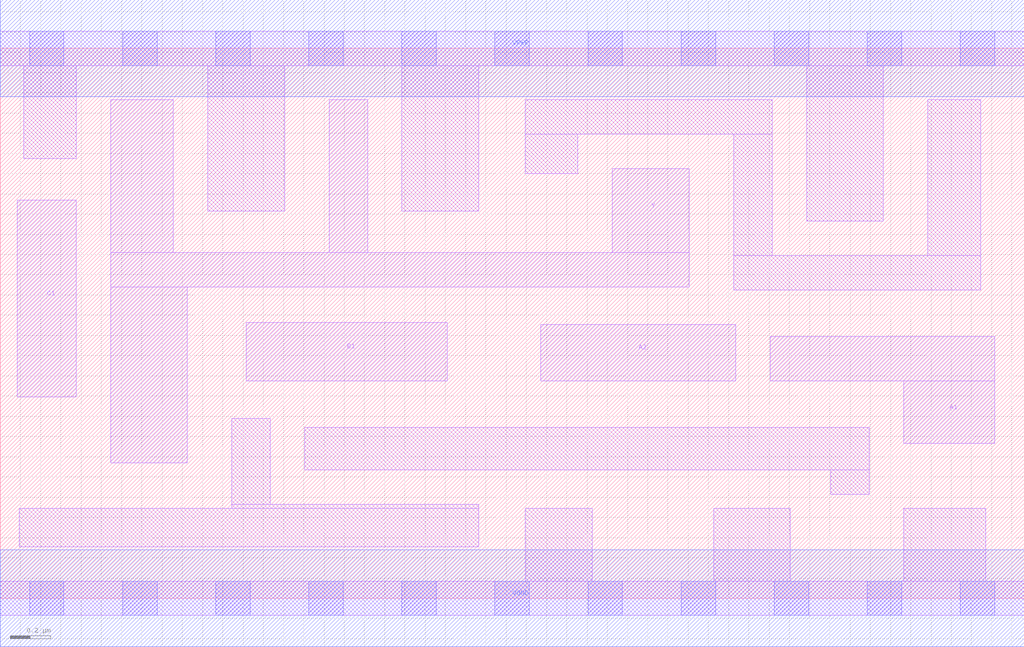
<source format=lef>
# Copyright 2020 The SkyWater PDK Authors
#
# Licensed under the Apache License, Version 2.0 (the "License");
# you may not use this file except in compliance with the License.
# You may obtain a copy of the License at
#
#     https://www.apache.org/licenses/LICENSE-2.0
#
# Unless required by applicable law or agreed to in writing, software
# distributed under the License is distributed on an "AS IS" BASIS,
# WITHOUT WARRANTIES OR CONDITIONS OF ANY KIND, either express or implied.
# See the License for the specific language governing permissions and
# limitations under the License.
#
# SPDX-License-Identifier: Apache-2.0

VERSION 5.7 ;
BUSBITCHARS "[]" ;
DIVIDERCHAR "/" ;
PROPERTYDEFINITIONS
  MACRO maskLayoutSubType STRING ;
  MACRO prCellType STRING ;
  MACRO originalViewName STRING ;
END PROPERTYDEFINITIONS
MACRO sky130_fd_sc_hdll__o211ai_2
  ORIGIN  0.000000  0.000000 ;
  CLASS CORE ;
  SYMMETRY X Y R90 ;
  SIZE  5.060000 BY  2.720000 ;
  SITE unithd ;
  PIN A1
    ANTENNAGATEAREA  0.555000 ;
    DIRECTION INPUT ;
    USE SIGNAL ;
    PORT
      LAYER li1 ;
        RECT 3.805000 1.075000 4.915000 1.295000 ;
        RECT 4.465000 0.765000 4.915000 1.075000 ;
    END
  END A1
  PIN A2
    ANTENNAGATEAREA  0.555000 ;
    DIRECTION INPUT ;
    USE SIGNAL ;
    PORT
      LAYER li1 ;
        RECT 2.670000 1.075000 3.635000 1.355000 ;
    END
  END A2
  PIN B1
    ANTENNAGATEAREA  0.555000 ;
    DIRECTION INPUT ;
    USE SIGNAL ;
    PORT
      LAYER li1 ;
        RECT 1.215000 1.075000 2.210000 1.365000 ;
    END
  END B1
  PIN C1
    ANTENNAGATEAREA  0.555000 ;
    DIRECTION INPUT ;
    USE SIGNAL ;
    PORT
      LAYER li1 ;
        RECT 0.085000 0.995000 0.375000 1.970000 ;
    END
  END C1
  PIN VGND
    DIRECTION INOUT ;
    USE SIGNAL ;
    PORT
      LAYER met1 ;
        RECT 0.000000 -0.240000 5.060000 0.240000 ;
    END
  END VGND
  PIN VPWR
    DIRECTION INOUT ;
    USE SIGNAL ;
    PORT
      LAYER met1 ;
        RECT 0.000000 2.480000 5.060000 2.960000 ;
    END
  END VPWR
  PIN Y
    ANTENNADIFFAREA  1.114500 ;
    DIRECTION OUTPUT ;
    USE SIGNAL ;
    PORT
      LAYER li1 ;
        RECT 0.545000 0.670000 0.925000 1.540000 ;
        RECT 0.545000 1.540000 3.405000 1.710000 ;
        RECT 0.545000 1.710000 0.855000 2.465000 ;
        RECT 1.625000 1.710000 1.815000 2.465000 ;
        RECT 3.025000 1.710000 3.405000 2.125000 ;
    END
  END Y
  OBS
    LAYER li1 ;
      RECT 0.000000 -0.085000 5.060000 0.085000 ;
      RECT 0.000000  2.635000 5.060000 2.805000 ;
      RECT 0.095000  0.255000 2.365000 0.445000 ;
      RECT 0.115000  2.175000 0.375000 2.635000 ;
      RECT 1.025000  1.915000 1.405000 2.635000 ;
      RECT 1.145000  0.445000 2.365000 0.465000 ;
      RECT 1.145000  0.465000 1.335000 0.890000 ;
      RECT 1.505000  0.635000 4.295000 0.845000 ;
      RECT 1.985000  1.915000 2.365000 2.635000 ;
      RECT 2.595000  0.085000 2.925000 0.445000 ;
      RECT 2.595000  2.100000 2.855000 2.295000 ;
      RECT 2.595000  2.295000 3.815000 2.465000 ;
      RECT 3.525000  0.085000 3.905000 0.445000 ;
      RECT 3.625000  1.525000 4.845000 1.695000 ;
      RECT 3.625000  1.695000 3.815000 2.295000 ;
      RECT 3.985000  1.865000 4.365000 2.635000 ;
      RECT 4.105000  0.515000 4.295000 0.635000 ;
      RECT 4.465000  0.085000 4.870000 0.445000 ;
      RECT 4.585000  1.695000 4.845000 2.465000 ;
    LAYER mcon ;
      RECT 0.145000 -0.085000 0.315000 0.085000 ;
      RECT 0.145000  2.635000 0.315000 2.805000 ;
      RECT 0.605000 -0.085000 0.775000 0.085000 ;
      RECT 0.605000  2.635000 0.775000 2.805000 ;
      RECT 1.065000 -0.085000 1.235000 0.085000 ;
      RECT 1.065000  2.635000 1.235000 2.805000 ;
      RECT 1.525000 -0.085000 1.695000 0.085000 ;
      RECT 1.525000  2.635000 1.695000 2.805000 ;
      RECT 1.985000 -0.085000 2.155000 0.085000 ;
      RECT 1.985000  2.635000 2.155000 2.805000 ;
      RECT 2.445000 -0.085000 2.615000 0.085000 ;
      RECT 2.445000  2.635000 2.615000 2.805000 ;
      RECT 2.905000 -0.085000 3.075000 0.085000 ;
      RECT 2.905000  2.635000 3.075000 2.805000 ;
      RECT 3.365000 -0.085000 3.535000 0.085000 ;
      RECT 3.365000  2.635000 3.535000 2.805000 ;
      RECT 3.825000 -0.085000 3.995000 0.085000 ;
      RECT 3.825000  2.635000 3.995000 2.805000 ;
      RECT 4.285000 -0.085000 4.455000 0.085000 ;
      RECT 4.285000  2.635000 4.455000 2.805000 ;
      RECT 4.745000 -0.085000 4.915000 0.085000 ;
      RECT 4.745000  2.635000 4.915000 2.805000 ;
  END
  PROPERTY maskLayoutSubType "abstract" ;
  PROPERTY prCellType "standard" ;
  PROPERTY originalViewName "layout" ;
END sky130_fd_sc_hdll__o211ai_2

</source>
